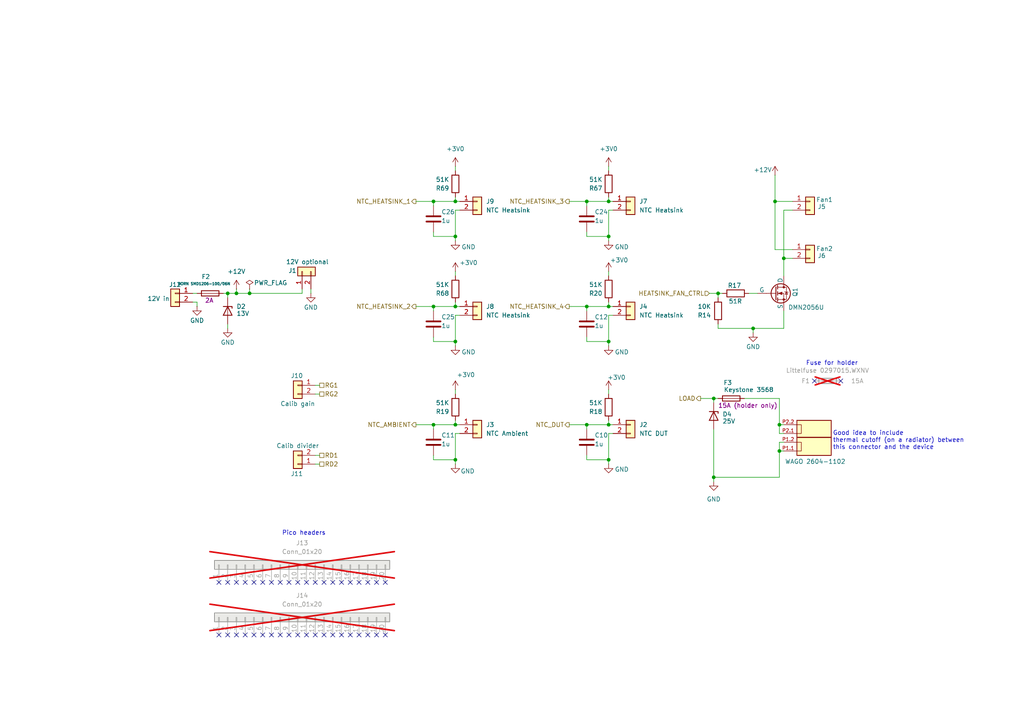
<source format=kicad_sch>
(kicad_sch (version 20250114) (generator "eeschema") (generator_version "9.0")
  (paper "A4")
  (lib_symbols
    (symbol "Connector_Generic:Conn_01x02" (pin_names (offset 1.016) (hide yes))
      (property "Reference" "J" (at 0 2.54 0))
      (property "Value" "Conn_01x02" (at 0 -5.08 0))
      (symbol "Conn_01x02_1_1"
        (rectangle (start -1.27 1.27) (end 1.27 -3.81) (stroke (width 0.254)) (fill (type background)))
        (rectangle (start -1.27 0.127) (end 0 -0.127) (stroke (width 0.1524)))
        (rectangle (start -1.27 -2.413) (end 0 -2.667) (stroke (width 0.1524)))
        (pin passive line (at -5.08 0 0) (length 3.81) (name "Pin_1") (number "1"))
        (pin passive line (at -5.08 -2.54 0) (length 3.81) (name "Pin_2") (number "2"))
      )
    )
    (symbol "Connector_Generic:Conn_01x20" (pin_names (offset 1.016) (hide yes))
      (property "Reference" "J" (at 0 25.4 0))
      (property "Value" "Conn_01x20" (at 0 -27.94 0))
      (symbol "Conn_01x20_1_1"
        (rectangle (start -1.27 24.13) (end 1.27 -26.67) (stroke (width 0.254)) (fill (type background)))
        (rectangle (start -1.27 22.987) (end 0 22.733) (stroke (width 0.1524)))
        (rectangle (start -1.27 20.447) (end 0 20.193) (stroke (width 0.1524)))
        (rectangle (start -1.27 17.907) (end 0 17.653) (stroke (width 0.1524)))
        (rectangle (start -1.27 15.367) (end 0 15.113) (stroke (width 0.1524)))
        (rectangle (start -1.27 12.827) (end 0 12.573) (stroke (width 0.1524)))
        (rectangle (start -1.27 10.287) (end 0 10.033) (stroke (width 0.1524)))
        (rectangle (start -1.27 7.747) (end 0 7.493) (stroke (width 0.1524)))
        (rectangle (start -1.27 5.207) (end 0 4.953) (stroke (width 0.1524)))
        (rectangle (start -1.27 2.667) (end 0 2.413) (stroke (width 0.1524)))
        (rectangle (start -1.27 0.127) (end 0 -0.127) (stroke (width 0.1524)))
        (rectangle (start -1.27 -2.413) (end 0 -2.667) (stroke (width 0.1524)))
        (rectangle (start -1.27 -4.953) (end 0 -5.207) (stroke (width 0.1524)))
        (rectangle (start -1.27 -7.493) (end 0 -7.747) (stroke (width 0.1524)))
        (rectangle (start -1.27 -10.033) (end 0 -10.287) (stroke (width 0.1524)))
        (rectangle (start -1.27 -12.573) (end 0 -12.827) (stroke (width 0.1524)))
        (rectangle (start -1.27 -15.113) (end 0 -15.367) (stroke (width 0.1524)))
        (rectangle (start -1.27 -17.653) (end 0 -17.907) (stroke (width 0.1524)))
        (rectangle (start -1.27 -20.193) (end 0 -20.447) (stroke (width 0.1524)))
        (rectangle (start -1.27 -22.733) (end 0 -22.987) (stroke (width 0.1524)))
        (rectangle (start -1.27 -25.273) (end 0 -25.527) (stroke (width 0.1524)))
        (pin passive line (at -5.08 22.86 0) (length 3.81) (name "Pin_1") (number "1"))
        (pin passive line (at -5.08 20.32 0) (length 3.81) (name "Pin_2") (number "2"))
        (pin passive line (at -5.08 17.78 0) (length 3.81) (name "Pin_3") (number "3"))
        (pin passive line (at -5.08 15.24 0) (length 3.81) (name "Pin_4") (number "4"))
        (pin passive line (at -5.08 12.7 0) (length 3.81) (name "Pin_5") (number "5"))
        (pin passive line (at -5.08 10.16 0) (length 3.81) (name "Pin_6") (number "6"))
        (pin passive line (at -5.08 7.62 0) (length 3.81) (name "Pin_7") (number "7"))
        (pin passive line (at -5.08 5.08 0) (length 3.81) (name "Pin_8") (number "8"))
        (pin passive line (at -5.08 2.54 0) (length 3.81) (name "Pin_9") (number "9"))
        (pin passive line (at -5.08 0 0) (length 3.81) (name "Pin_10") (number "10"))
        (pin passive line (at -5.08 -2.54 0) (length 3.81) (name "Pin_11") (number "11"))
        (pin passive line (at -5.08 -5.08 0) (length 3.81) (name "Pin_12") (number "12"))
        (pin passive line (at -5.08 -7.62 0) (length 3.81) (name "Pin_13") (number "13"))
        (pin passive line (at -5.08 -10.16 0) (length 3.81) (name "Pin_14") (number "14"))
        (pin passive line (at -5.08 -12.7 0) (length 3.81) (name "Pin_15") (number "15"))
        (pin passive line (at -5.08 -15.24 0) (length 3.81) (name "Pin_16") (number "16"))
        (pin passive line (at -5.08 -17.78 0) (length 3.81) (name "Pin_17") (number "17"))
        (pin passive line (at -5.08 -20.32 0) (length 3.81) (name "Pin_18") (number "18"))
        (pin passive line (at -5.08 -22.86 0) (length 3.81) (name "Pin_19") (number "19"))
        (pin passive line (at -5.08 -25.4 0) (length 3.81) (name "Pin_20") (number "20"))
      )
    )
    (symbol "Device:C" (pin_numbers (hide yes)) (pin_names (offset 0.254))
      (property "Reference" "C" (at 0.635 2.54 0))
      (property "Value" "C" (at 0.635 -2.54 0))
      (symbol "C_0_1"
        (polyline (pts (xy -2.032 0.762) (xy 2.032 0.762)) (stroke (width 0.508)))
        (polyline (pts (xy -2.032 -0.762) (xy 2.032 -0.762)) (stroke (width 0.508)))
      )
      (symbol "C_1_1"
        (pin passive line (at 0 3.81 270) (length 2.794) (name "~") (number "1"))
        (pin passive line (at 0 -3.81 90) (length 2.794) (name "~") (number "2"))
      )
    )
    (symbol "Device:D_Zener" (pin_numbers (hide yes)) (pin_names (offset 1.016) (hide yes))
      (property "Reference" "D" (at 0 2.54 0))
      (property "Value" "D_Zener" (at 0 -2.54 0))
      (symbol "D_Zener_0_1"
        (polyline (pts (xy -1.27 -1.27) (xy -1.27 1.27) (xy -0.762 1.27)) (stroke (width 0.254)))
        (polyline (pts (xy 1.27 0) (xy -1.27 0)))
        (polyline (pts (xy 1.27 -1.27) (xy 1.27 1.27) (xy -1.27 0) (xy 1.27 -1.27)) (stroke (width 0.254)))
      )
      (symbol "D_Zener_1_1"
        (pin passive line (at -3.81 0 0) (length 2.54) (name "K") (number "1"))
        (pin passive line (at 3.81 0 180) (length 2.54) (name "A") (number "2"))
      )
    )
    (symbol "Device:Fuse" (pin_numbers (hide yes)) (pin_names (offset 0))
      (property "Reference" "F" (at 2.032 0 90))
      (property "Value" "Fuse" (at -1.905 0 90))
      (symbol "Fuse_0_1"
        (rectangle (start -0.762 -2.54) (end 0.762 2.54) (stroke (width 0.254)))
        (polyline (pts (xy 0 2.54) (xy 0 -2.54)))
      )
      (symbol "Fuse_1_1"
        (pin passive line (at 0 3.81 270) (length 1.27) (name "~") (number "1"))
        (pin passive line (at 0 -3.81 90) (length 1.27) (name "~") (number "2"))
      )
    )
    (symbol "Device:R" (pin_numbers (hide yes)) (pin_names (offset 0))
      (property "Reference" "R" (at 2.032 0 90))
      (property "Value" "R" (at 0 0 90))
      (symbol "R_0_1"
        (rectangle (start -1.016 -2.54) (end 1.016 2.54) (stroke (width 0.254)))
      )
      (symbol "R_1_1"
        (pin passive line (at 0 3.81 270) (length 1.27) (name "~") (number "1"))
        (pin passive line (at 0 -3.81 90) (length 1.27) (name "~") (number "2"))
      )
    )
    (symbol "Simulation_SPICE:NMOS" (pin_numbers (hide yes)) (pin_names (offset 0))
      (property "Reference" "Q5" (at 5.842 -1.016 90))
      (property "Value" "DMN2056U" (at 3.81 -4.064 0))
      (symbol "NMOS_0_1"
        (polyline (pts (xy 0.254 1.905) (xy 0.254 -1.905)) (stroke (width 0.254)))
        (polyline (pts (xy 0.254 0) (xy -2.54 0)))
        (polyline (pts (xy 0.762 2.286) (xy 0.762 1.27)) (stroke (width 0.254)))
        (polyline (pts (xy 0.762 0.508) (xy 0.762 -0.508)) (stroke (width 0.254)))
        (polyline (pts (xy 0.762 -1.27) (xy 0.762 -2.286)) (stroke (width 0.254)))
        (polyline (pts (xy 0.762 -1.778) (xy 3.302 -1.778) (xy 3.302 1.778) (xy 0.762 1.778)))
        (polyline (pts (xy 1.016 0) (xy 2.032 0.381) (xy 2.032 -0.381) (xy 1.016 0)) (fill (type outline)))
        (circle (center 1.651 0) (radius 2.794) (stroke (width 0.254)))
        (polyline (pts (xy 2.54 2.54) (xy 2.54 1.778)))
        (circle (center 2.54 1.778) (radius 0.254) (fill (type outline)))
        (circle (center 2.54 -1.778) (radius 0.254) (fill (type outline)))
        (polyline (pts (xy 2.54 -2.54) (xy 2.54 0) (xy 0.762 0)))
        (polyline (pts (xy 2.794 0.508) (xy 2.921 0.381) (xy 3.683 0.381) (xy 3.81 0.254)))
        (polyline (pts (xy 3.302 0.381) (xy 2.921 -0.254) (xy 3.683 -0.254) (xy 3.302 0.381)))
      )
      (symbol "NMOS_1_1"
        (pin input line (at -5.08 0 0) (length 2.54) (name "G") (number "1"))
        (pin passive line (at 2.54 5.08 270) (length 2.54) (name "D") (number "3"))
        (pin passive line (at 2.54 -5.08 90) (length 2.54) (name "S") (number "2"))
      )
    )
    (symbol "WAGO:WAGO 2604-1102" (pin_names (offset 1.016))
      (property "Value" "WAGO 2604-1102" (at -1.27 -12.192 0))
      (symbol "WAGO 2604-1102_0_0"
        (rectangle (start 0 0) (end 9.94 -10.16) (stroke (width 0.254)) (fill (type background)))
        (polyline (pts (xy 0 -5.22) (xy 9.94 -5.22)) (stroke (width 0.254)))
        (polyline (pts (xy 9.94 -5.23) (xy 0 -5.23)) (stroke (width 0.254)))
      )
      (symbol "WAGO 2604-1102_0_1"
        (polyline (pts (xy -1.27 -1.27) (xy 0 -1.27)))
        (polyline (pts (xy -1.27 -3.81) (xy 0 -3.81)))
        (polyline (pts (xy -1.27 -6.35) (xy 0 -6.35)))
        (polyline (pts (xy -1.27 -8.89) (xy 0 -8.89)))
        (polyline (pts (xy 0 -3.81) (xy 1.27 -3.81) (xy 1.27 -1.27) (xy 0 -1.27)))
        (polyline (pts (xy 0 -8.89) (xy 1.27 -8.89) (xy 1.27 -6.35) (xy 0 -6.35)))
      )
      (symbol "WAGO 2604-1102_1_0"
        (pin passive line (at -3.81 -1.27 0) (length 2.54) (name "") (number "P1.1"))
        (pin passive line (at -3.81 -3.81 0) (length 2.54) (name "") (number "P1.2"))
        (pin passive line (at -3.81 -6.35 0) (length 2.54) (name "") (number "P2.1"))
        (pin passive line (at -3.81 -8.89 0) (length 2.54) (name "") (number "P2.2"))
      )
    )
    (symbol "power:+12V" (power) (pin_numbers (hide yes)) (pin_names (offset 0) (hide yes))
      (property "Value" "+12V" (at 0 3.556 0))
      (symbol "+12V_0_1"
        (polyline (pts (xy -0.762 1.27) (xy 0 2.54)))
        (polyline (pts (xy 0 2.54) (xy 0.762 1.27)))
        (polyline (pts (xy 0 0) (xy 0 2.54)))
      )
      (symbol "+12V_1_1"
        (pin power_in line (at 0 0 90) (length 0) (name "~") (number "1"))
      )
    )
    (symbol "power:+3V0" (power) (pin_numbers (hide yes)) (pin_names (offset 0) (hide yes))
      (property "Value" "+3V0" (at 0 3.556 0))
      (symbol "+3V0_0_1"
        (polyline (pts (xy -0.762 1.27) (xy 0 2.54)))
        (polyline (pts (xy 0 2.54) (xy 0.762 1.27)))
        (polyline (pts (xy 0 0) (xy 0 2.54)))
      )
      (symbol "+3V0_1_1"
        (pin power_in line (at 0 0 90) (length 0) (name "~") (number "1"))
      )
    )
    (symbol "power:GND" (power) (pin_numbers (hide yes)) (pin_names (offset 0) (hide yes))
      (property "Value" "GND" (at 0 -3.81 0))
      (symbol "GND_0_1"
        (polyline (pts (xy 0 0) (xy 0 -1.27) (xy 1.27 -1.27) (xy 0 -2.54) (xy -1.27 -1.27) (xy 0 -1.27)))
      )
      (symbol "GND_1_1"
        (pin power_in line (at 0 0 270) (length 0) (name "~") (number "1"))
      )
    )
    (symbol "power:PWR_FLAG" (power) (pin_numbers (hide yes)) (pin_names (offset 0) (hide yes))
      (property "Value" "PWR_FLAG" (at 0 3.81 0))
      (symbol "PWR_FLAG_0_0"
        (pin power_out line (at 0 0 90) (length 0) (name "~") (number "1"))
      )
      (symbol "PWR_FLAG_0_1"
        (polyline (pts (xy 0 0) (xy 0 1.27) (xy -1.016 1.905) (xy 0 2.54) (xy 1.016 1.905) (xy 0 1.27)))
      )
    )
  )
  (text "Pico headers" (at 88.138 154.686 0) (effects (font (size 1.27 1.27))))
  (text "Good idea to include\nthermal cutoff (on a radiator) between\nthis connector and the device" (at 241.554 127.762 0) (effects (font (size 1.27 1.27)) (justify left)))
  (text "Fuse for holder" (at 241.3 105.41 0) (effects (font (size 1.27 1.27))))
  (junction (at 226.06 123.19))
  (junction (at 132.08 99.06))
  (junction (at 125.73 88.9))
  (junction (at 132.08 68.58))
  (junction (at 170.18 58.42))
  (junction (at 176.53 99.06))
  (junction (at 132.08 88.9))
  (junction (at 170.18 123.19))
  (junction (at 176.53 123.19))
  (junction (at 132.08 133.35))
  (junction (at 72.39 85.09))
  (junction (at 227.33 74.93))
  (junction (at 176.53 58.42))
  (junction (at 66.04 85.09))
  (junction (at 132.08 123.19))
  (junction (at 207.01 115.57))
  (junction (at 176.53 88.9))
  (junction (at 176.53 133.35))
  (junction (at 224.79 58.42))
  (junction (at 170.18 88.9))
  (junction (at 125.73 58.42))
  (junction (at 208.28 85.09))
  (junction (at 68.58 85.09))
  (junction (at 176.53 68.58))
  (junction (at 125.73 123.19))
  (junction (at 132.08 58.42))
  (junction (at 226.06 130.81))
  (junction (at 218.44 95.25))
  (junction (at 207.01 138.43))
  (no_connect (at 83.82 184.15))
  (no_connect (at 63.5 184.15))
  (no_connect (at 81.28 168.91))
  (no_connect (at 71.12 168.91))
  (no_connect (at 68.58 184.15))
  (no_connect (at 71.12 184.15))
  (no_connect (at 78.74 184.15))
  (no_connect (at 76.2 184.15))
  (no_connect (at 99.06 184.15))
  (no_connect (at 104.14 168.91))
  (no_connect (at 243.84 110.49))
  (no_connect (at 101.6 184.15))
  (no_connect (at 63.5 168.91))
  (no_connect (at 96.52 184.15))
  (no_connect (at 73.66 168.91))
  (no_connect (at 88.9 168.91))
  (no_connect (at 81.28 184.15))
  (no_connect (at 101.6 168.91))
  (no_connect (at 99.06 168.91))
  (no_connect (at 109.22 184.15))
  (no_connect (at 91.44 184.15))
  (no_connect (at 76.2 168.91))
  (no_connect (at 236.22 110.49))
  (no_connect (at 106.68 168.91))
  (no_connect (at 93.98 168.91))
  (no_connect (at 78.74 168.91))
  (no_connect (at 109.22 168.91))
  (no_connect (at 68.58 168.91))
  (no_connect (at 73.66 184.15))
  (no_connect (at 111.76 184.15))
  (no_connect (at 93.98 184.15))
  (no_connect (at 106.68 184.15))
  (no_connect (at 86.36 184.15))
  (no_connect (at 66.04 184.15))
  (no_connect (at 66.04 168.91))
  (no_connect (at 88.9 184.15))
  (no_connect (at 111.76 168.91))
  (no_connect (at 91.44 168.91))
  (no_connect (at 96.52 168.91))
  (no_connect (at 86.36 168.91))
  (no_connect (at 83.82 168.91))
  (no_connect (at 104.14 184.15))
  (wire (pts (xy 165.1 58.42) (xy 170.18 58.42)))
  (wire (pts (xy 68.58 85.09) (xy 72.39 85.09)))
  (wire (pts (xy 125.73 132.08) (xy 125.73 133.35)))
  (wire (pts (xy 227.33 60.96) (xy 227.33 74.93)))
  (wire (pts (xy 125.73 68.58) (xy 132.08 68.58)))
  (wire (pts (xy 205.74 85.09) (xy 208.28 85.09)))
  (wire (pts (xy 227.33 90.17) (xy 227.33 95.25)))
  (wire (pts (xy 170.18 68.58) (xy 176.53 68.58)))
  (wire (pts (xy 176.53 88.9) (xy 176.53 87.63)))
  (wire (pts (xy 208.28 85.09) (xy 209.55 85.09)))
  (wire (pts (xy 226.06 123.19) (xy 227.33 123.19)))
  (wire (pts (xy 177.8 91.44) (xy 176.53 91.44)))
  (wire (pts (xy 176.53 113.03) (xy 176.53 114.3)))
  (wire (pts (xy 133.35 88.9) (xy 132.08 88.9)))
  (wire (pts (xy 125.73 123.19) (xy 125.73 124.46)))
  (wire (pts (xy 125.73 123.19) (xy 132.08 123.19)))
  (wire (pts (xy 176.53 123.19) (xy 170.18 123.19)))
  (wire (pts (xy 133.35 60.96) (xy 132.08 60.96)))
  (wire (pts (xy 87.63 83.82) (xy 87.63 85.09)))
  (wire (pts (xy 176.53 78.74) (xy 176.53 80.01)))
  (wire (pts (xy 224.79 58.42) (xy 229.87 58.42)))
  (wire (pts (xy 177.8 58.42) (xy 176.53 58.42)))
  (wire (pts (xy 55.88 85.09) (xy 57.15 85.09)))
  (wire (pts (xy 176.53 123.19) (xy 176.53 121.92)))
  (wire (pts (xy 125.73 58.42) (xy 125.73 59.69)))
  (wire (pts (xy 226.06 128.27) (xy 227.33 128.27)))
  (wire (pts (xy 208.28 115.57) (xy 207.01 115.57)))
  (wire (pts (xy 170.18 88.9) (xy 170.18 90.17)))
  (wire (pts (xy 165.1 123.19) (xy 170.18 123.19)))
  (wire (pts (xy 64.77 85.09) (xy 66.04 85.09)))
  (wire (pts (xy 132.08 58.42) (xy 132.08 57.15)))
  (wire (pts (xy 170.18 58.42) (xy 176.53 58.42)))
  (wire (pts (xy 125.73 88.9) (xy 132.08 88.9)))
  (wire (pts (xy 55.88 87.63) (xy 57.15 87.63)))
  (wire (pts (xy 66.04 93.98) (xy 66.04 95.25)))
  (wire (pts (xy 176.53 91.44) (xy 176.53 99.06)))
  (wire (pts (xy 229.87 74.93) (xy 227.33 74.93)))
  (wire (pts (xy 170.18 123.19) (xy 170.18 124.46)))
  (wire (pts (xy 133.35 91.44) (xy 132.08 91.44)))
  (wire (pts (xy 165.1 88.9) (xy 170.18 88.9)))
  (wire (pts (xy 170.18 132.08) (xy 170.18 133.35)))
  (wire (pts (xy 226.06 138.43) (xy 226.06 130.81)))
  (wire (pts (xy 133.35 123.19) (xy 132.08 123.19)))
  (wire (pts (xy 132.08 125.73) (xy 132.08 133.35)))
  (wire (pts (xy 132.08 68.58) (xy 132.08 69.85)))
  (wire (pts (xy 91.44 111.76) (xy 92.71 111.76)))
  (wire (pts (xy 72.39 83.82) (xy 72.39 85.09)))
  (wire (pts (xy 91.44 114.3) (xy 92.71 114.3)))
  (wire (pts (xy 125.73 97.79) (xy 125.73 99.06)))
  (wire (pts (xy 176.53 99.06) (xy 176.53 100.33)))
  (wire (pts (xy 226.06 123.19) (xy 226.06 125.73)))
  (wire (pts (xy 120.65 58.42) (xy 125.73 58.42)))
  (wire (pts (xy 125.73 67.31) (xy 125.73 68.58)))
  (wire (pts (xy 207.01 115.57) (xy 207.01 116.84)))
  (wire (pts (xy 215.9 115.57) (xy 226.06 115.57)))
  (wire (pts (xy 208.28 95.25) (xy 218.44 95.25)))
  (wire (pts (xy 120.65 88.9) (xy 125.73 88.9)))
  (wire (pts (xy 177.8 60.96) (xy 176.53 60.96)))
  (wire (pts (xy 226.06 130.81) (xy 227.33 130.81)))
  (wire (pts (xy 218.44 95.25) (xy 218.44 96.52)))
  (wire (pts (xy 170.18 133.35) (xy 176.53 133.35)))
  (wire (pts (xy 57.15 87.63) (xy 57.15 88.9)))
  (wire (pts (xy 217.17 85.09) (xy 219.71 85.09)))
  (wire (pts (xy 68.58 83.82) (xy 68.58 85.09)))
  (wire (pts (xy 66.04 85.09) (xy 66.04 86.36)))
  (wire (pts (xy 132.08 99.06) (xy 132.08 100.33)))
  (wire (pts (xy 208.28 86.36) (xy 208.28 85.09)))
  (wire (pts (xy 125.73 58.42) (xy 132.08 58.42)))
  (wire (pts (xy 120.65 123.19) (xy 125.73 123.19)))
  (wire (pts (xy 170.18 97.79) (xy 170.18 99.06)))
  (wire (pts (xy 207.01 124.46) (xy 207.01 138.43)))
  (wire (pts (xy 170.18 99.06) (xy 176.53 99.06)))
  (wire (pts (xy 91.44 132.08) (xy 92.71 132.08)))
  (wire (pts (xy 218.44 95.25) (xy 227.33 95.25)))
  (wire (pts (xy 176.53 133.35) (xy 176.53 134.62)))
  (wire (pts (xy 132.08 60.96) (xy 132.08 68.58)))
  (wire (pts (xy 177.8 88.9) (xy 176.53 88.9)))
  (wire (pts (xy 176.53 68.58) (xy 176.53 69.85)))
  (wire (pts (xy 229.87 60.96) (xy 227.33 60.96)))
  (wire (pts (xy 177.8 125.73) (xy 176.53 125.73)))
  (wire (pts (xy 227.33 74.93) (xy 227.33 80.01)))
  (wire (pts (xy 170.18 58.42) (xy 170.18 59.69)))
  (wire (pts (xy 177.8 123.19) (xy 176.53 123.19)))
  (wire (pts (xy 133.35 58.42) (xy 132.08 58.42)))
  (wire (pts (xy 208.28 93.98) (xy 208.28 95.25)))
  (wire (pts (xy 90.17 83.82) (xy 90.17 85.09)))
  (wire (pts (xy 132.08 91.44) (xy 132.08 99.06)))
  (wire (pts (xy 226.06 125.73) (xy 227.33 125.73)))
  (wire (pts (xy 176.53 125.73) (xy 176.53 133.35)))
  (wire (pts (xy 176.53 60.96) (xy 176.53 68.58)))
  (wire (pts (xy 132.08 78.74) (xy 132.08 80.01)))
  (wire (pts (xy 226.06 115.57) (xy 226.06 123.19)))
  (wire (pts (xy 125.73 88.9) (xy 125.73 90.17)))
  (wire (pts (xy 207.01 138.43) (xy 226.06 138.43)))
  (wire (pts (xy 132.08 123.19) (xy 132.08 121.92)))
  (wire (pts (xy 207.01 138.43) (xy 207.01 139.7)))
  (wire (pts (xy 133.35 125.73) (xy 132.08 125.73)))
  (wire (pts (xy 224.79 50.8) (xy 224.79 58.42)))
  (wire (pts (xy 170.18 67.31) (xy 170.18 68.58)))
  (wire (pts (xy 176.53 58.42) (xy 176.53 57.15)))
  (wire (pts (xy 226.06 130.81) (xy 226.06 128.27)))
  (wire (pts (xy 132.08 88.9) (xy 132.08 87.63)))
  (wire (pts (xy 66.04 85.09) (xy 68.58 85.09)))
  (wire (pts (xy 125.73 133.35) (xy 132.08 133.35)))
  (wire (pts (xy 132.08 48.26) (xy 132.08 49.53)))
  (wire (pts (xy 170.18 88.9) (xy 176.53 88.9)))
  (wire (pts (xy 132.08 113.03) (xy 132.08 114.3)))
  (wire (pts (xy 176.53 48.26) (xy 176.53 49.53)))
  (wire (pts (xy 91.44 134.62) (xy 92.71 134.62)))
  (wire (pts (xy 224.79 58.42) (xy 224.79 72.39)))
  (wire (pts (xy 125.73 99.06) (xy 132.08 99.06)))
  (wire (pts (xy 132.08 133.35) (xy 132.08 134.62)))
  (wire (pts (xy 229.87 72.39) (xy 224.79 72.39)))
  (wire (pts (xy 203.2 115.57) (xy 207.01 115.57)))
  (wire (pts (xy 72.39 85.09) (xy 87.63 85.09)))
  (hierarchical_label "NTC_HEATSINK_2" (shape output) (at 120.65 88.9 180))
  (hierarchical_label "RG2" (shape passive) (at 92.71 114.3 0))
  (hierarchical_label "LOAD" (shape output) (at 203.2 115.57 180))
  (hierarchical_label "RD2" (shape passive) (at 92.71 134.62 0))
  (hierarchical_label "RD1" (shape passive) (at 92.71 132.08 0))
  (hierarchical_label "NTC_DUT" (shape output) (at 165.1 123.19 180))
  (hierarchical_label "NTC_AMBIENT" (shape output) (at 120.65 123.19 180))
  (hierarchical_label "NTC_HEATSINK_4" (shape output) (at 165.1 88.9 180))
  (hierarchical_label "RG1" (shape passive) (at 92.71 111.76 0))
  (hierarchical_label "NTC_HEATSINK_1" (shape output) (at 120.65 58.42 180))
  (hierarchical_label "HEATSINK_FAN_CTRL" (shape input) (at 205.74 85.09 180))
  (hierarchical_label "NTC_HEATSINK_3" (shape output) (at 165.1 58.42 180))
  (symbol (lib_id "Connector_Generic:Conn_01x02") (at 87.63 78.74 90) (unit 1)
    (property "Reference" "J1" (at 84.836 78.486 90))
    (property "Value" "12V optional" (at 89.154 75.946 90))
    (property "Footprint" "Connector_JST:JST_XH_B2B-XH-A_1x02_P2.50mm_Vertical" (effects (hide yes)))
    (property "Datasheet" "\".\\datasheets\\JST_XH.pdf\"" (effects (hide yes)))
    (property "Description" "Generic connector, single row, 01x02, script generated (kicad-library-utils/schlib/autogen/connector/)" (effects (hide yes)))
    (property "LCSC Part #" "C158012" (effects (hide yes)))
  )
  (symbol (lib_id "power:GND") (at 218.44 96.52 0) (unit 1)
    (property "Reference" "#PWR037" (effects (hide yes)))
    (property "Value" "GND" (at 218.44 100.584 0))
    (property "Description" "Power symbol creates a global label with name \"GND\" , ground" (effects (hide yes)))
  )
  (symbol (lib_id "power:+3V0") (at 132.08 48.26 0) (unit 1)
    (property "Reference" "#PWR092" (effects (hide yes)))
    (property "Value" "+3V0" (at 132.08 43.18 0))
    (property "Description" "Power symbol creates a global label with name \"+3V0\"" (effects (hide yes)))
  )
  (symbol (lib_id "Device:R") (at 176.53 53.34 0) (unit 1)
    (property "Reference" "R67" (at 174.752 54.61 0) (effects (justify right)))
    (property "Value" "51K" (at 174.752 52.07 0) (effects (justify right)))
    (property "Footprint" "Resistor_SMD:R_1206_3216Metric_Pad1.30x1.75mm_HandSolder" (effects (hide yes)))
    (property "Description" "Resistor" (effects (hide yes)))
    (property "LCSC Part #" "C2933722" (effects (hide yes)))
  )
  (symbol (lib_id "Connector_Generic:Conn_01x02") (at 138.43 58.42 0) (unit 1)
    (property "Reference" "J9" (at 140.97 58.4199 0) (effects (justify left)))
    (property "Value" "NTC Heatsink" (at 140.97 60.9599 0) (effects (justify left)))
    (property "Footprint" "Connector_JST:JST_XH_B2B-XH-A_1x02_P2.50mm_Vertical" (effects (hide yes)))
    (property "Datasheet" "\".\\datasheets\\JST_XH.pdf\"" (effects (hide yes)))
    (property "Description" "Generic connector, single row, 01x02, script generated (kicad-library-utils/schlib/autogen/connector/)" (effects (hide yes)))
    (property "LCSC Part #" "C158012" (effects (hide yes)))
  )
  (symbol (lib_id "power:+3V0") (at 132.08 78.74 0) (unit 1)
    (property "Reference" "#PWR095" (effects (hide yes)))
    (property "Value" "+3V0" (at 135.89 76.2 0))
    (property "Description" "Power symbol creates a global label with name \"+3V0\"" (effects (hide yes)))
  )
  (symbol (lib_id "power:GND") (at 207.01 139.7 0) (unit 1)
    (property "Reference" "#PWR028" (effects (hide yes)))
    (property "Value" "GND" (at 207.01 144.78 0))
    (property "Description" "Power symbol creates a global label with name \"GND\" , ground" (effects (hide yes)))
  )
  (symbol (lib_id "Device:R") (at 176.53 83.82 0) (unit 1)
    (property "Reference" "R20" (at 174.752 85.09 0) (effects (justify right)))
    (property "Value" "51K" (at 174.752 82.55 0) (effects (justify right)))
    (property "Footprint" "Resistor_SMD:R_1206_3216Metric_Pad1.30x1.75mm_HandSolder" (effects (hide yes)))
    (property "Description" "Resistor" (effects (hide yes)))
    (property "LCSC Part #" "C2933722" (effects (hide yes)))
  )
  (symbol (lib_id "Device:C") (at 125.73 128.27 180) (unit 1)
    (property "Reference" "C11" (at 128.016 126.238 0) (effects (justify right)))
    (property "Value" "1u" (at 128.016 128.778 0) (effects (justify right)))
    (property "Footprint" "Capacitor_SMD:C_1206_3216Metric_Pad1.33x1.80mm_HandSolder" (effects (hide yes)))
    (property "Description" "Unpolarized capacitor" (effects (hide yes)))
    (property "LCSC Part #" "C1848" (effects (hide yes)))
  )
  (symbol (lib_id "Connector_Generic:Conn_01x02") (at 234.95 58.42 0) (unit 1)
    (property "Reference" "J5" (at 239.522 59.944 0) (effects (justify right)))
    (property "Value" "Fan1" (at 241.554 57.912 0) (effects (justify right)))
    (property "Footprint" "Connector_JST:JST_XH_B2B-XH-A_1x02_P2.50mm_Vertical" (effects (hide yes)))
    (property "Datasheet" "\".\\datasheets\\JST_XH.pdf\"" (effects (hide yes)))
    (property "Description" "Generic connector, single row, 01x02, script generated (kicad-library-utils/schlib/autogen/connector/)" (effects (hide yes)))
    (property "LCSC Part #" "C158012" (effects (hide yes)))
  )
  (symbol (lib_id "Device:C") (at 170.18 63.5 180) (unit 1)
    (property "Reference" "C24" (at 172.466 61.468 0) (effects (justify right)))
    (property "Value" "1u" (at 172.466 64.008 0) (effects (justify right)))
    (property "Footprint" "Capacitor_SMD:C_1206_3216Metric_Pad1.33x1.80mm_HandSolder" (effects (hide yes)))
    (property "Description" "Unpolarized capacitor" (effects (hide yes)))
    (property "LCSC Part #" "C1848" (effects (hide yes)))
  )
  (symbol (lib_id "power:GND") (at 132.08 100.33 0) (unit 1)
    (property "Reference" "#PWR086" (effects (hide yes)))
    (property "Value" "GND" (at 135.89 102.108 0))
    (property "Description" "Power symbol creates a global label with name \"GND\" , ground" (effects (hide yes)))
  )
  (symbol (lib_id "Device:R") (at 132.08 118.11 0) (unit 1)
    (property "Reference" "R19" (at 130.302 119.38 0) (effects (justify right)))
    (property "Value" "51K" (at 130.302 116.84 0) (effects (justify right)))
    (property "Footprint" "Resistor_SMD:R_1206_3216Metric_Pad1.30x1.75mm_HandSolder" (effects (hide yes)))
    (property "Description" "Resistor" (effects (hide yes)))
    (property "LCSC Part #" "C2933722" (effects (hide yes)))
  )
  (symbol (lib_id "Device:C") (at 125.73 63.5 180) (unit 1)
    (property "Reference" "C26" (at 128.016 61.468 0) (effects (justify right)))
    (property "Value" "1u" (at 128.016 64.008 0) (effects (justify right)))
    (property "Footprint" "Capacitor_SMD:C_1206_3216Metric_Pad1.33x1.80mm_HandSolder" (effects (hide yes)))
    (property "Description" "Unpolarized capacitor" (effects (hide yes)))
    (property "LCSC Part #" "C1848" (effects (hide yes)))
  )
  (symbol (lib_id "Device:Fuse") (at 212.09 115.57 90) (unit 1)
    (property "Reference" "F3" (at 211.074 110.998 90))
    (property "Value" "Keystone 3568" (at 217.17 113.03 90))
    (property "Footprint" "Fuse:Fuseholder_Blade_Mini_Keystone_3568" (effects (hide yes)))
    (property "Datasheet" "\".\\datasheets\\Keystone 3568.pdf\"" (effects (hide yes)))
    (property "Description" "15A (holder only)" (at 216.916 117.602 90))
    (property "LCSC Part #" "C5249699" (effects (hide yes)))
  )
  (symbol (lib_id "power:GND") (at 66.04 95.25 0) (unit 1)
    (property "Reference" "#PWR08" (effects (hide yes)))
    (property "Value" "GND" (at 66.04 99.314 0))
    (property "Description" "Power symbol creates a global label with name \"GND\" , ground" (effects (hide yes)))
  )
  (symbol (lib_id "power:+3V0") (at 132.08 113.03 0) (unit 1)
    (property "Reference" "#PWR096" (effects (hide yes)))
    (property "Value" "+3V0" (at 135.128 108.712 0))
    (property "Description" "Power symbol creates a global label with name \"+3V0\"" (effects (hide yes)))
  )
  (symbol (lib_id "Device:R") (at 176.53 118.11 0) (unit 1)
    (property "Reference" "R18" (at 174.752 119.38 0) (effects (justify right)))
    (property "Value" "51K" (at 174.752 116.84 0) (effects (justify right)))
    (property "Footprint" "Resistor_SMD:R_1206_3216Metric_Pad1.30x1.75mm_HandSolder" (effects (hide yes)))
    (property "Description" "Resistor" (effects (hide yes)))
    (property "LCSC Part #" "C2933722" (effects (hide yes)))
  )
  (symbol (lib_id "Device:R") (at 132.08 83.82 0) (unit 1)
    (property "Reference" "R68" (at 130.302 85.09 0) (effects (justify right)))
    (property "Value" "51K" (at 130.302 82.55 0) (effects (justify right)))
    (property "Footprint" "Resistor_SMD:R_1206_3216Metric_Pad1.30x1.75mm_HandSolder" (effects (hide yes)))
    (property "Description" "Resistor" (effects (hide yes)))
    (property "LCSC Part #" "C2933722" (effects (hide yes)))
  )
  (symbol (lib_id "Connector_Generic:Conn_01x02") (at 138.43 88.9 0) (unit 1)
    (property "Reference" "J8" (at 140.97 88.8999 0) (effects (justify left)))
    (property "Value" "NTC Heatsink" (at 140.97 91.4399 0) (effects (justify left)))
    (property "Footprint" "Connector_JST:JST_XH_B2B-XH-A_1x02_P2.50mm_Vertical" (effects (hide yes)))
    (property "Datasheet" "\".\\datasheets\\JST_XH.pdf\"" (effects (hide yes)))
    (property "Description" "Generic connector, single row, 01x02, script generated (kicad-library-utils/schlib/autogen/connector/)" (effects (hide yes)))
    (property "LCSC Part #" "C158012" (effects (hide yes)))
  )
  (symbol (lib_id "Device:Fuse") (at 240.03 110.49 90) (unit 1) (exclude_from_sim yes) (on_board no) (dnp yes)
    (property "Reference" "F1" (at 233.68 110.49 90))
    (property "Value" "Littelfuse 0297015.WXNV" (at 240.03 107.442 90))
    (property "Datasheet" "\".\\datasheets\\Littelfuse 0297015.WXNV.pdf\"" (effects (hide yes)))
    (property "Description" "15A" (at 248.666 110.49 90))
    (property "LCSC Part #" "C151095" (effects (hide yes)))
  )
  (symbol (lib_id "Device:R") (at 208.28 90.17 0) (unit 1)
    (property "Reference" "R14" (at 206.248 91.44 0) (effects (justify right)))
    (property "Value" "10K" (at 206.248 88.9 0) (effects (justify right)))
    (property "Footprint" "Resistor_SMD:R_1206_3216Metric_Pad1.30x1.75mm_HandSolder" (effects (hide yes)))
    (property "Description" "Resistor" (effects (hide yes)))
    (property "LCSC Part #" "C17902" (effects (hide yes)))
  )
  (symbol (lib_id "power:+3V0") (at 176.53 78.74 0) (unit 1)
    (property "Reference" "#PWR094" (effects (hide yes)))
    (property "Value" "+3V0" (at 179.578 75.438 0))
    (property "Description" "Power symbol creates a global label with name \"+3V0\"" (effects (hide yes)))
  )
  (symbol (lib_id "Connector_Generic:Conn_01x20") (at 86.36 163.83 90) (unit 1) (exclude_from_sim yes) (on_board no) (dnp yes)
    (property "Reference" "J13" (at 87.63 157.48 90))
    (property "Value" "Conn_01x20" (at 87.63 160.02 90))
    (property "Datasheet" "\".\\datasheets\\PicoHeaders.pdf\"" (effects (hide yes)))
    (property "Description" "Generic connector, single row, 01x20, script generated (kicad-library-utils/schlib/autogen/connector/)" (effects (hide yes)))
    (property "LCSC Part #" "C18078139" (effects (hide yes)))
  )
  (symbol (lib_id "Connector_Generic:Conn_01x02") (at 182.88 123.19 0) (unit 1)
    (property "Reference" "J2" (at 185.42 123.1899 0) (effects (justify left)))
    (property "Value" "NTC DUT" (at 185.42 125.7299 0) (effects (justify left)))
    (property "Footprint" "Connector_JST:JST_XH_B2B-XH-A_1x02_P2.50mm_Vertical" (effects (hide yes)))
    (property "Datasheet" "\".\\datasheets\\JST_XH.pdf\"" (effects (hide yes)))
    (property "Description" "Generic connector, single row, 01x02, script generated (kicad-library-utils/schlib/autogen/connector/)" (effects (hide yes)))
    (property "LCSC Part #" "C158012" (effects (hide yes)))
  )
  (symbol (lib_id "Connector_Generic:Conn_01x02") (at 138.43 123.19 0) (unit 1)
    (property "Reference" "J3" (at 140.97 123.1899 0) (effects (justify left)))
    (property "Value" "NTC Ambient" (at 140.97 125.7299 0) (effects (justify left)))
    (property "Footprint" "Connector_JST:JST_XH_B2B-XH-A_1x02_P2.50mm_Vertical" (effects (hide yes)))
    (property "Datasheet" "\".\\datasheets\\JST_XH.pdf\"" (effects (hide yes)))
    (property "Description" "Generic connector, single row, 01x02, script generated (kicad-library-utils/schlib/autogen/connector/)" (effects (hide yes)))
    (property "LCSC Part #" "C158012" (effects (hide yes)))
  )
  (symbol (lib_id "Device:R") (at 213.36 85.09 90) (unit 1)
    (property "Reference" "R17" (at 211.074 82.804 90) (effects (justify right)))
    (property "Value" "51R" (at 211.328 87.376 90) (effects (justify right)))
    (property "Footprint" "Resistor_SMD:R_1206_3216Metric_Pad1.30x1.75mm_HandSolder" (effects (hide yes)))
    (property "Description" "Resistor" (effects (hide yes)))
    (property "LCSC Part #" "C2907517" (effects (hide yes)))
  )
  (symbol (lib_id "Connector_Generic:Conn_01x02") (at 50.8 85.09 0) (mirror y) (unit 1)
    (property "Reference" "J12" (at 50.8 82.55 0))
    (property "Value" "12V in" (at 45.974 86.614 0))
    (property "Footprint" "Connector_JST:JST_XH_B2B-XH-A_1x02_P2.50mm_Vertical" (effects (hide yes)))
    (property "Datasheet" "\".\\datasheets\\JST_XH.pdf\"" (effects (hide yes)))
    (property "Description" "Generic connector, single row, 01x02, script generated (kicad-library-utils/schlib/autogen/connector/)" (effects (hide yes)))
    (property "LCSC Part #" "C158012" (effects (hide yes)))
  )
  (symbol (lib_id "power:PWR_FLAG") (at 72.39 83.82 0) (unit 1)
    (property "Reference" "#FLG01" (effects (hide yes)))
    (property "Value" "PWR_FLAG" (at 78.486 82.042 0))
    (property "Description" "Special symbol for telling ERC where power comes from" (effects (hide yes)))
  )
  (symbol (lib_id "power:GND") (at 176.53 69.85 0) (unit 1)
    (property "Reference" "#PWR084" (effects (hide yes)))
    (property "Value" "GND" (at 180.34 71.628 0))
    (property "Description" "Power symbol creates a global label with name \"GND\" , ground" (effects (hide yes)))
  )
  (symbol (lib_id "power:GND") (at 176.53 100.33 0) (unit 1)
    (property "Reference" "#PWR044" (effects (hide yes)))
    (property "Value" "GND" (at 180.34 102.108 0))
    (property "Description" "Power symbol creates a global label with name \"GND\" , ground" (effects (hide yes)))
  )
  (symbol (lib_id "Device:C") (at 170.18 128.27 180) (unit 1)
    (property "Reference" "C10" (at 172.466 126.238 0) (effects (justify right)))
    (property "Value" "1u" (at 172.466 128.778 0) (effects (justify right)))
    (property "Footprint" "Capacitor_SMD:C_1206_3216Metric_Pad1.33x1.80mm_HandSolder" (effects (hide yes)))
    (property "Description" "Unpolarized capacitor" (effects (hide yes)))
    (property "LCSC Part #" "C1848" (effects (hide yes)))
  )
  (symbol (lib_id "power:GND") (at 132.08 69.85 0) (unit 1)
    (property "Reference" "#PWR088" (effects (hide yes)))
    (property "Value" "GND" (at 135.89 71.628 0))
    (property "Description" "Power symbol creates a global label with name \"GND\" , ground" (effects (hide yes)))
  )
  (symbol (lib_id "power:GND") (at 176.53 134.62 0) (unit 1)
    (property "Reference" "#PWR040" (effects (hide yes)))
    (property "Value" "GND" (at 180.34 136.144 0))
    (property "Description" "Power symbol creates a global label with name \"GND\" , ground" (effects (hide yes)))
  )
  (symbol (lib_id "Device:Fuse") (at 60.96 85.09 90) (unit 1)
    (property "Reference" "F2" (at 59.69 80.264 90))
    (property "Value" "BORN SMD1206-100/06N" (at 59.182 82.296 90) (effects (font (size 0.762 0.762))))
    (property "Footprint" "Fuse:Fuse_1206_3216Metric_Pad1.42x1.75mm_HandSolder" (effects (hide yes)))
    (property "Datasheet" "\".\\datasheets\\BORN SMD1206-100_06N.pdf\"" (effects (hide yes)))
    (property "Description" "2A" (at 60.706 87.122 90))
    (property "LCSC Part #" "C6165191" (effects (hide yes)))
  )
  (symbol (lib_id "Simulation_SPICE:NMOS") (at 224.79 85.09 0) (unit 1)
    (property "Reference" "Q1" (at 230.632 86.106 90) (effects (justify left)))
    (property "Value" "DMN2056U" (at 228.6 89.154 0) (effects (justify left)))
    (property "Footprint" "Package_TO_SOT_SMD:TSOT-23_HandSoldering" (effects (hide yes)))
    (property "Datasheet" "\".\\datasheets\\DMN2056U.pdf\"" (effects (hide yes)))
    (property "Description" "N-MOSFET transistor, drain/source/gate" (effects (hide yes)))
    (property "Sim.Device" "NMOS" (effects (hide yes)))
    (property "Sim.Type" "VDMOS" (effects (hide yes)))
    (property "Sim.Pins" "1=D 2=G 3=S" (effects (hide yes)))
    (property "LCSC Part #" "C332302" (effects (hide yes)))
  )
  (symbol (lib_id "Connector_Generic:Conn_01x02") (at 182.88 88.9 0) (unit 1)
    (property "Reference" "J4" (at 185.42 88.8999 0) (effects (justify left)))
    (property "Value" "NTC Heatsink" (at 185.42 91.4399 0) (effects (justify left)))
    (property "Footprint" "Connector_JST:JST_XH_B2B-XH-A_1x02_P2.50mm_Vertical" (effects (hide yes)))
    (property "Datasheet" "\".\\datasheets\\JST_XH.pdf\"" (effects (hide yes)))
    (property "Description" "Generic connector, single row, 01x02, script generated (kicad-library-utils/schlib/autogen/connector/)" (effects (hide yes)))
    (property "LCSC Part #" "C158012" (effects (hide yes)))
  )
  (symbol (lib_id "power:+12V") (at 68.58 83.82 0) (unit 1)
    (property "Reference" "#PWR09" (effects (hide yes)))
    (property "Value" "+12V" (at 68.58 78.74 0))
    (property "Description" "Power symbol creates a global label with name \"+12V\"" (effects (hide yes)))
  )
  (symbol (lib_id "Connector_Generic:Conn_01x02") (at 86.36 111.76 0) (mirror y) (unit 1)
    (property "Reference" "J10" (at 86.106 108.966 0))
    (property "Value" "Calib gain" (at 86.36 117.094 0))
    (property "Footprint" "Connector_JST:JST_XH_B2B-XH-A_1x02_P2.50mm_Vertical" (effects (hide yes)))
    (property "Datasheet" "\".\\datasheets\\JST_XH.pdf\"" (effects (hide yes)))
    (property "Description" "Generic connector, single row, 01x02, script generated (kicad-library-utils/schlib/autogen/connector/)" (effects (hide yes)))
    (property "LCSC Part #" "C158012" (effects (hide yes)))
  )
  (symbol (lib_id "Device:C") (at 170.18 93.98 180) (unit 1)
    (property "Reference" "C12" (at 172.466 91.948 0) (effects (justify right)))
    (property "Value" "1u" (at 172.466 94.488 0) (effects (justify right)))
    (property "Footprint" "Capacitor_SMD:C_1206_3216Metric_Pad1.33x1.80mm_HandSolder" (effects (hide yes)))
    (property "Description" "Unpolarized capacitor" (effects (hide yes)))
    (property "LCSC Part #" "C1848" (effects (hide yes)))
  )
  (symbol (lib_id "Connector_Generic:Conn_01x02") (at 234.95 72.39 0) (unit 1)
    (property "Reference" "J6" (at 239.522 74.168 0) (effects (justify right)))
    (property "Value" "Fan2" (at 241.554 72.136 0) (effects (justify right)))
    (property "Footprint" "Connector_JST:JST_XH_B2B-XH-A_1x02_P2.50mm_Vertical" (effects (hide yes)))
    (property "Datasheet" "\".\\datasheets\\JST_XH.pdf\"" (effects (hide yes)))
    (property "Description" "Generic connector, single row, 01x02, script generated (kicad-library-utils/schlib/autogen/connector/)" (effects (hide yes)))
    (property "LCSC Part #" "C158012" (effects (hide yes)))
  )
  (symbol (lib_id "Device:D_Zener") (at 66.04 90.17 270) (unit 1)
    (property "Reference" "D2" (at 68.58 88.8999 90) (effects (justify left)))
    (property "Value" "13V" (at 68.58 90.932 90) (effects (justify left)))
    (property "Footprint" "Diode_SMD:D_SOD-123" (effects (hide yes)))
    (property "Description" "Zener diode" (effects (hide yes)))
    (property "LCSC Part #" "C48587209" (effects (hide yes)))
  )
  (symbol (lib_id "Connector_Generic:Conn_01x02") (at 182.88 58.42 0) (unit 1)
    (property "Reference" "J7" (at 185.42 58.4199 0) (effects (justify left)))
    (property "Value" "NTC Heatsink" (at 185.42 60.9599 0) (effects (justify left)))
    (property "Footprint" "Connector_JST:JST_XH_B2B-XH-A_1x02_P2.50mm_Vertical" (effects (hide yes)))
    (property "Datasheet" "\".\\datasheets\\JST_XH.pdf\"" (effects (hide yes)))
    (property "Description" "Generic connector, single row, 01x02, script generated (kicad-library-utils/schlib/autogen/connector/)" (effects (hide yes)))
    (property "LCSC Part #" "C158012" (effects (hide yes)))
  )
  (symbol (lib_id "power:+3V0") (at 176.53 113.03 0) (unit 1)
    (property "Reference" "#PWR097" (effects (hide yes)))
    (property "Value" "+3V0" (at 178.816 109.474 0))
    (property "Description" "Power symbol creates a global label with name \"+3V0\"" (effects (hide yes)))
  )
  (symbol (lib_id "power:GND") (at 57.15 88.9 0) (unit 1)
    (property "Reference" "#PWR04" (effects (hide yes)))
    (property "Value" "GND" (at 57.15 92.964 0))
    (property "Description" "Power symbol creates a global label with name \"GND\" , ground" (effects (hide yes)))
  )
  (symbol (lib_id "power:+12V") (at 224.79 50.8 0) (unit 1)
    (property "Reference" "#PWR038" (effects (hide yes)))
    (property "Value" "+12V" (at 221.234 49.276 0))
    (property "Description" "Power symbol creates a global label with name \"+12V\"" (effects (hide yes)))
  )
  (symbol (lib_id "power:GND") (at 132.08 134.62 0) (unit 1)
    (property "Reference" "#PWR042" (effects (hide yes)))
    (property "Value" "GND" (at 135.636 136.652 0))
    (property "Description" "Power symbol creates a global label with name \"GND\" , ground" (effects (hide yes)))
  )
  (symbol (lib_id "Connector_Generic:Conn_01x02") (at 86.36 134.62 180) (unit 1)
    (property "Reference" "J11" (at 86.106 137.414 0))
    (property "Value" "Calib divider" (at 86.36 129.286 0))
    (property "Footprint" "Connector_JST:JST_XH_B2B-XH-A_1x02_P2.50mm_Vertical" (effects (hide yes)))
    (property "Datasheet" "\".\\datasheets\\JST_XH.pdf\"" (effects (hide yes)))
    (property "Description" "Generic connector, single row, 01x02, script generated (kicad-library-utils/schlib/autogen/connector/)" (effects (hide yes)))
    (property "LCSC Part #" "C158012" (effects (hide yes)))
  )
  (symbol (lib_id "Device:R") (at 132.08 53.34 0) (unit 1)
    (property "Reference" "R69" (at 130.302 54.61 0) (effects (justify right)))
    (property "Value" "51K" (at 130.302 52.07 0) (effects (justify right)))
    (property "Footprint" "Resistor_SMD:R_1206_3216Metric_Pad1.30x1.75mm_HandSolder" (effects (hide yes)))
    (property "Description" "Resistor" (effects (hide yes)))
    (property "LCSC Part #" "C2933722" (effects (hide yes)))
  )
  (symbol (lib_id "power:+3V0") (at 176.53 48.26 0) (unit 1)
    (property "Reference" "#PWR093" (effects (hide yes)))
    (property "Value" "+3V0" (at 176.53 43.18 0))
    (property "Description" "Power symbol creates a global label with name \"+3V0\"" (effects (hide yes)))
  )
  (symbol (lib_id "Device:C") (at 125.73 93.98 180) (unit 1)
    (property "Reference" "C25" (at 128.016 91.948 0) (effects (justify right)))
    (property "Value" "1u" (at 128.016 94.488 0) (effects (justify right)))
    (property "Footprint" "Capacitor_SMD:C_1206_3216Metric_Pad1.33x1.80mm_HandSolder" (effects (hide yes)))
    (property "Description" "Unpolarized capacitor" (effects (hide yes)))
    (property "LCSC Part #" "C1848" (effects (hide yes)))
  )
  (symbol (lib_id "Device:D_Zener") (at 207.01 120.65 270) (unit 1)
    (property "Reference" "D4" (at 209.55 120.1419 90) (effects (justify left)))
    (property "Value" "25V" (at 209.55 122.174 90) (effects (justify left)))
    (property "Footprint" "Diode_SMD:D_SOD-123" (effects (hide yes)))
    (property "Description" "Zener diode" (effects (hide yes)))
    (property "LCSC Part #" "C525407" (effects (hide yes)))
  )
  (symbol (lib_id "WAGO:WAGO 2604-1102") (at 231.14 132.08 0) (mirror x) (unit 1)
    (property "Reference" "X1" (effects (hide yes)))
    (property "Value" "WAGO 2604-1102" (at 236.474 133.858 0))
    (property "Footprint" "Library:WAGO-2604-1102" (effects (hide yes)))
    (property "Datasheet" "\".\\datasheets\\WAGO_2604-1102.pdf\"" (effects (hide yes)))
    (property "LCSC Part #" "https://www.tme.eu/us/en-us/details/2604-1102/listwy-zaciskowe-do-druku/wago/" (effects (hide yes)))
  )
  (symbol (lib_id "Connector_Generic:Conn_01x20") (at 86.36 179.07 90) (unit 1) (exclude_from_sim yes) (on_board no) (dnp yes)
    (property "Reference" "J14" (at 87.63 172.72 90))
    (property "Value" "Conn_01x20" (at 87.63 175.26 90))
    (property "Datasheet" "\".\\datasheets\\PicoHeaders.pdf\"" (effects (hide yes)))
    (property "Description" "Generic connector, single row, 01x20, script generated (kicad-library-utils/schlib/autogen/connector/)" (effects (hide yes)))
    (property "LCSC Part #" "C18078139" (effects (hide yes)))
  )
  (symbol (lib_id "power:GND") (at 90.17 85.09 0) (unit 1)
    (property "Reference" "#PWR050" (effects (hide yes)))
    (property "Value" "GND" (at 90.17 89.154 0))
    (property "Description" "Power symbol creates a global label with name \"GND\" , ground" (effects (hide yes)))
  )
)
</source>
